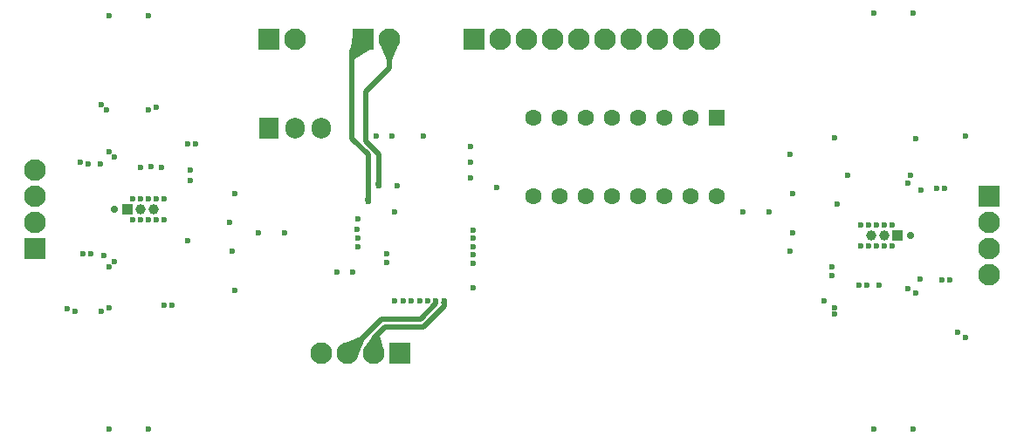
<source format=gbr>
%TF.GenerationSoftware,KiCad,Pcbnew,9.0.3*%
%TF.CreationDate,2025-10-17T11:05:45+02:00*%
%TF.ProjectId,PCB_Driver_Stepper,5043425f-4472-4697-9665-725f53746570,rev?*%
%TF.SameCoordinates,Original*%
%TF.FileFunction,Copper,L3,Inr*%
%TF.FilePolarity,Positive*%
%FSLAX46Y46*%
G04 Gerber Fmt 4.6, Leading zero omitted, Abs format (unit mm)*
G04 Created by KiCad (PCBNEW 9.0.3) date 2025-10-17 11:05:45*
%MOMM*%
%LPD*%
G01*
G04 APERTURE LIST*
G04 Aperture macros list*
%AMRoundRect*
0 Rectangle with rounded corners*
0 $1 Rounding radius*
0 $2 $3 $4 $5 $6 $7 $8 $9 X,Y pos of 4 corners*
0 Add a 4 corners polygon primitive as box body*
4,1,4,$2,$3,$4,$5,$6,$7,$8,$9,$2,$3,0*
0 Add four circle primitives for the rounded corners*
1,1,$1+$1,$2,$3*
1,1,$1+$1,$4,$5*
1,1,$1+$1,$6,$7*
1,1,$1+$1,$8,$9*
0 Add four rect primitives between the rounded corners*
20,1,$1+$1,$2,$3,$4,$5,0*
20,1,$1+$1,$4,$5,$6,$7,0*
20,1,$1+$1,$6,$7,$8,$9,0*
20,1,$1+$1,$8,$9,$2,$3,0*%
G04 Aperture macros list end*
%TA.AperFunction,ComponentPad*%
%ADD10R,1.000000X1.000000*%
%TD*%
%TA.AperFunction,ComponentPad*%
%ADD11C,1.000000*%
%TD*%
%TA.AperFunction,ComponentPad*%
%ADD12RoundRect,0.250000X-0.550000X0.550000X-0.550000X-0.550000X0.550000X-0.550000X0.550000X0.550000X0*%
%TD*%
%TA.AperFunction,ComponentPad*%
%ADD13C,1.600000*%
%TD*%
%TA.AperFunction,ComponentPad*%
%ADD14RoundRect,0.250001X0.799999X-0.799999X0.799999X0.799999X-0.799999X0.799999X-0.799999X-0.799999X0*%
%TD*%
%TA.AperFunction,ComponentPad*%
%ADD15C,2.100000*%
%TD*%
%TA.AperFunction,ComponentPad*%
%ADD16RoundRect,0.250001X-0.799999X-0.799999X0.799999X-0.799999X0.799999X0.799999X-0.799999X0.799999X0*%
%TD*%
%TA.AperFunction,ComponentPad*%
%ADD17R,1.905000X2.000000*%
%TD*%
%TA.AperFunction,ComponentPad*%
%ADD18O,1.905000X2.000000*%
%TD*%
%TA.AperFunction,ComponentPad*%
%ADD19RoundRect,0.250001X-0.799999X0.799999X-0.799999X-0.799999X0.799999X-0.799999X0.799999X0.799999X0*%
%TD*%
%TA.AperFunction,ComponentPad*%
%ADD20RoundRect,0.250001X0.799999X0.799999X-0.799999X0.799999X-0.799999X-0.799999X0.799999X-0.799999X0*%
%TD*%
%TA.AperFunction,ViaPad*%
%ADD21C,0.600000*%
%TD*%
%TA.AperFunction,ViaPad*%
%ADD22C,0.700000*%
%TD*%
%TA.AperFunction,Conductor*%
%ADD23C,0.500000*%
%TD*%
G04 APERTURE END LIST*
D10*
%TO.N,GNDREF*%
%TO.C,J107*%
X100055000Y-86120000D03*
D11*
X101325000Y-86120000D03*
X102595000Y-86120000D03*
%TD*%
D12*
%TO.N,/MCU/IN1*%
%TO.C,U302*%
X157205000Y-77230000D03*
D13*
%TO.N,/MCU/IN2*%
X154665000Y-77230000D03*
%TO.N,/MCU/IN3*%
X152125000Y-77230000D03*
%TO.N,/MCU/IN4*%
X149585000Y-77230000D03*
%TO.N,/MCU/IN5*%
X147045000Y-77230000D03*
%TO.N,/MCU/IN6*%
X144505000Y-77230000D03*
%TO.N,/MCU/IN7*%
X141965000Y-77230000D03*
%TO.N,GNDREF*%
X139425000Y-77230000D03*
%TO.N,VCC_3V3*%
X139425000Y-84850000D03*
%TO.N,/MCU/INI7*%
X141965000Y-84850000D03*
%TO.N,/MCU/INI6*%
X144505000Y-84850000D03*
%TO.N,/MCU/INI5*%
X147045000Y-84850000D03*
%TO.N,/MCU/INI4*%
X149585000Y-84850000D03*
%TO.N,/MCU/INI3*%
X152125000Y-84850000D03*
%TO.N,/MCU/INI2*%
X154665000Y-84850000D03*
%TO.N,/MCU/INI1*%
X157205000Y-84850000D03*
%TD*%
D14*
%TO.N,/DRIVERS/M1_OUT1A*%
%TO.C,J105*%
X91120100Y-89940000D03*
D15*
%TO.N,/DRIVERS/M1_OUT1B*%
X91120100Y-87400000D03*
%TO.N,/DRIVERS/M1_OUT2B*%
X91120100Y-84860000D03*
%TO.N,/DRIVERS/M1_OUT2A*%
X91120100Y-82320000D03*
%TD*%
D16*
%TO.N,GNDREF*%
%TO.C,J102*%
X133710000Y-69609000D03*
D15*
X136250000Y-69609000D03*
%TO.N,/MCU/IN7*%
X138790000Y-69609000D03*
%TO.N,/MCU/IN6*%
X141330000Y-69609000D03*
%TO.N,/MCU/IN5*%
X143870000Y-69609000D03*
%TO.N,/MCU/IN4*%
X146410000Y-69609000D03*
%TO.N,/MCU/IN3*%
X148950000Y-69609000D03*
%TO.N,/MCU/IN2*%
X151490000Y-69609000D03*
%TO.N,/MCU/IN1*%
X154030000Y-69609000D03*
%TO.N,VCC_12V*%
X156570000Y-69609000D03*
%TD*%
D16*
%TO.N,/MCU/USART1_RX*%
%TO.C,J103*%
X122915000Y-69610000D03*
D15*
%TO.N,/MCU/USART1_TX*%
X125455000Y-69610000D03*
%TD*%
D17*
%TO.N,VCC_12V*%
%TO.C,U201*%
X113771000Y-78180000D03*
D18*
%TO.N,GNDREF*%
X116311000Y-78180000D03*
%TO.N,VCC_3V3*%
X118851000Y-78180000D03*
%TD*%
D16*
%TO.N,VDD*%
%TO.C,J101*%
X113772000Y-69610000D03*
D15*
%TO.N,GNDREF*%
X116312000Y-69610000D03*
%TD*%
D19*
%TO.N,/DRIVERS/M2_OUT1A*%
%TO.C,J106*%
X183626500Y-84850000D03*
D15*
%TO.N,/DRIVERS/M2_OUT1B*%
X183626500Y-87390000D03*
%TO.N,/DRIVERS/M2_OUT2B*%
X183626500Y-89930000D03*
%TO.N,/DRIVERS/M2_OUT2A*%
X183626500Y-92470000D03*
%TD*%
D20*
%TO.N,GNDREF*%
%TO.C,J104*%
X126471000Y-100090000D03*
D15*
%TO.N,/MCU/SYS_SWCLK*%
X123931000Y-100090000D03*
%TO.N,/MCU/SYS_SWDIO*%
X121391000Y-100090000D03*
%TO.N,VCC_3V3*%
X118851000Y-100090000D03*
%TD*%
D10*
%TO.N,GNDREF*%
%TO.C,J108*%
X174731000Y-88665000D03*
D11*
X173461000Y-88665000D03*
X172191000Y-88665000D03*
%TD*%
D21*
%TO.N,GNDREF*%
X176509000Y-79262000D03*
X105897000Y-79770000D03*
X110215000Y-90184000D03*
X176255000Y-107456000D03*
X172699000Y-89676000D03*
X172445000Y-107456000D03*
X110469000Y-93994000D03*
X172445000Y-67070000D03*
X121899000Y-92216000D03*
X174223000Y-87644000D03*
X100563000Y-87136000D03*
X102849000Y-85104000D03*
X120375000Y-92216000D03*
X173461000Y-89676000D03*
X135869000Y-83961000D03*
D22*
X176001000Y-88660000D03*
D21*
X164317000Y-80786000D03*
X101325000Y-87136000D03*
X102087000Y-67324000D03*
X100563000Y-85104000D03*
X164571000Y-84596000D03*
X98277000Y-107456000D03*
X103611000Y-87136000D03*
X133329000Y-80024000D03*
X171175000Y-89676000D03*
X164571000Y-88406000D03*
X94975000Y-96026000D03*
D22*
X98785000Y-86120000D03*
D21*
X173461000Y-87644000D03*
X172699000Y-87644000D03*
X171937000Y-87644000D03*
X167619000Y-95010000D03*
X133329000Y-81548000D03*
X110469000Y-84596000D03*
X125709000Y-79008000D03*
X102087000Y-87136000D03*
X171175000Y-87644000D03*
X101325000Y-85104000D03*
X109961000Y-87390000D03*
X102087000Y-85104000D03*
X94213000Y-95772000D03*
X98277000Y-67324000D03*
X169905000Y-82818000D03*
X103611000Y-85104000D03*
X102087000Y-107456000D03*
X174223000Y-89676000D03*
X171937000Y-89676000D03*
X164317000Y-90184000D03*
X176255000Y-67070000D03*
X106659000Y-79770000D03*
X124185000Y-79008000D03*
X102849000Y-87136000D03*
X133329000Y-83072000D03*
X128757000Y-79008000D03*
%TO.N,/DRIVERS/M2_OUT1B*%
X178541000Y-84088000D03*
X179303000Y-84088000D03*
%TO.N,/MCU/SYS_SWDIO*%
X129995000Y-95010000D03*
%TO.N,/MCU/SYS_SWCLK*%
X130795000Y-95010000D03*
%TO.N,/DRIVERS/M2_OUT1A*%
X175747000Y-83580000D03*
X176001000Y-82818000D03*
%TO.N,/DRIVERS/M2_OUT2B*%
X179049000Y-92983000D03*
X179811000Y-92978000D03*
%TO.N,/DRIVERS/M2_OUT2A*%
X176509000Y-94248000D03*
X175747000Y-93775500D03*
%TO.N,/DRIVERS/M1_OUT2B*%
X95483000Y-81548000D03*
X96245000Y-81675000D03*
%TO.N,/DRIVERS/M1_OUT2A*%
X98785000Y-81040000D03*
X98277000Y-80532000D03*
%TO.N,/DRIVERS/M1_OUT1B*%
X95725300Y-90449700D03*
X96499000Y-90438000D03*
%TO.N,/DRIVERS/M1_OUT1A*%
X98277000Y-91708000D03*
X98785000Y-91200000D03*
%TO.N,/MCU/USART1_RX*%
X123423000Y-85358000D03*
%TO.N,/MCU/USART1_TX*%
X124439000Y-83834000D03*
%TO.N,/M1_PS*%
X125963000Y-86374000D03*
X105897000Y-89168000D03*
%TO.N,VCC_12V*%
X102849000Y-76214000D03*
X168635000Y-96280000D03*
X180573000Y-98058000D03*
X181335000Y-79008000D03*
X97515000Y-96026000D03*
X98023000Y-76468000D03*
X103611000Y-95391000D03*
X98277000Y-95629000D03*
X97515000Y-75960000D03*
X181335000Y-98566000D03*
X104373000Y-95391000D03*
X168635000Y-95645000D03*
X102087000Y-76468000D03*
X168635000Y-79135000D03*
%TO.N,VCC_3V3*%
X159745000Y-86374000D03*
X162285000Y-86374000D03*
X115295000Y-88406000D03*
X112755000Y-88406000D03*
%TO.N,/M2_MODE1*%
X126794994Y-95010000D03*
X171797006Y-93486000D03*
%TO.N,/M2_CK*%
X168381000Y-92508003D03*
X128395000Y-95010000D03*
%TO.N,/M2_EN*%
X172953000Y-93486000D03*
X125994991Y-95010000D03*
%TO.N,/M2_CLK*%
X168381000Y-91708000D03*
X129195000Y-95010000D03*
%TO.N,/M2_PS*%
X168889000Y-85612000D03*
X133583000Y-93740000D03*
%TO.N,/M2_MODE0*%
X170997006Y-93486000D03*
X127594997Y-95010000D03*
%TO.N,/M1_EN*%
X122407000Y-89764003D03*
X101326875Y-82056493D03*
%TO.N,/M1_MODE1*%
X102341000Y-81950281D03*
X122407000Y-88914000D03*
%TO.N,/M1_CLK*%
X106151000Y-83326000D03*
X122407000Y-87047997D03*
%TO.N,/M1_CK*%
X106151000Y-82310000D03*
X126217000Y-83834000D03*
%TO.N,/M1_MODE0*%
X122350759Y-88035300D03*
X103357000Y-82056000D03*
%TO.N,Net-(U401-RNF1)*%
X97769000Y-90619893D03*
%TO.N,Net-(U401-RNF2)*%
X97467318Y-81715243D03*
%TO.N,Net-(U402-RNF1)*%
X177069871Y-84270000D03*
%TO.N,Net-(U402-RNF2)*%
X176964030Y-92883892D03*
%TO.N,/MCU/INI1*%
X125201000Y-90438000D03*
%TO.N,/MCU/INI2*%
X125201000Y-91295000D03*
%TO.N,/MCU/INI3*%
X133583000Y-91314009D03*
%TO.N,/MCU/INI4*%
X133583000Y-90514006D03*
%TO.N,/MCU/INI5*%
X133583000Y-89714003D03*
%TO.N,/MCU/INI6*%
X133583000Y-88914000D03*
%TO.N,/MCU/INI7*%
X133583000Y-88113997D03*
%TD*%
D23*
%TO.N,/MCU/SYS_SWDIO*%
X129995000Y-95272075D02*
X129995000Y-95010000D01*
X121391000Y-100090000D02*
X124693000Y-96788000D01*
X128479075Y-96788000D02*
X129995000Y-95272075D01*
X124693000Y-96788000D02*
X128479075Y-96788000D01*
%TO.N,/MCU/SYS_SWCLK*%
X128769439Y-97489000D02*
X130795000Y-95463439D01*
X123931000Y-100090000D02*
X123931000Y-98605076D01*
X123931000Y-98605076D02*
X125047076Y-97489000D01*
X125047076Y-97489000D02*
X128769439Y-97489000D01*
X130795000Y-95463439D02*
X130795000Y-95010000D01*
%TO.N,/MCU/USART1_RX*%
X122915000Y-69610000D02*
X121865000Y-70660000D01*
X121865000Y-70660000D02*
X121865000Y-79228000D01*
X123423000Y-80786000D02*
X123423000Y-85358000D01*
X121865000Y-79228000D02*
X123423000Y-80786000D01*
%TO.N,/MCU/USART1_TX*%
X123169000Y-79516000D02*
X123169000Y-74690000D01*
X123169000Y-74690000D02*
X125455000Y-72404000D01*
X124439000Y-80786000D02*
X123169000Y-79516000D01*
X124439000Y-83834000D02*
X124439000Y-80786000D01*
X125455000Y-72404000D02*
X125455000Y-69610000D01*
%TD*%
%TA.AperFunction,Conductor*%
%TO.N,/MCU/SYS_SWDIO*%
G36*
X122651325Y-98480892D02*
G01*
X122654970Y-98483365D01*
X122997634Y-98826029D01*
X123001061Y-98834302D01*
X123000232Y-98838627D01*
X122424423Y-100285802D01*
X122418180Y-100292223D01*
X122411279Y-100292954D01*
X121397975Y-100092228D01*
X121390525Y-100087259D01*
X121388771Y-100083024D01*
X121188045Y-99069718D01*
X121189799Y-99060939D01*
X121195193Y-99056578D01*
X122642373Y-98480767D01*
X122651325Y-98480892D01*
G37*
%TD.AperFunction*%
%TD*%
%TA.AperFunction,Conductor*%
%TO.N,/MCU/SYS_SWDIO*%
G36*
X129993386Y-95008838D02*
G01*
X129997667Y-95010612D01*
X130235132Y-95170407D01*
X130240083Y-95177868D01*
X130238572Y-95186233D01*
X129935241Y-95680503D01*
X129927993Y-95685762D01*
X129919149Y-95684355D01*
X129916996Y-95682656D01*
X129581849Y-95347509D01*
X129578422Y-95339236D01*
X129581847Y-95330966D01*
X129595500Y-95317314D01*
X129661392Y-95203186D01*
X129665935Y-95186233D01*
X129691662Y-95090216D01*
X129695500Y-95075892D01*
X129695500Y-94969443D01*
X129696078Y-94965811D01*
X129697549Y-94961310D01*
X129703373Y-94954512D01*
X129710920Y-94953464D01*
X129993386Y-95008838D01*
G37*
%TD.AperFunction*%
%TD*%
%TA.AperFunction,Conductor*%
%TO.N,/MCU/SYS_SWCLK*%
G36*
X124147813Y-98051467D02*
G01*
X124149133Y-98052604D01*
X124491050Y-98394521D01*
X124493939Y-98399287D01*
X124956918Y-99872722D01*
X124956129Y-99881642D01*
X124949263Y-99887391D01*
X124948045Y-99887703D01*
X123935055Y-100089757D01*
X123926272Y-100088015D01*
X123604714Y-99872722D01*
X123068141Y-99513469D01*
X123063173Y-99506019D01*
X123064928Y-99497238D01*
X123065223Y-99496817D01*
X124131452Y-98053922D01*
X124139123Y-98049307D01*
X124147813Y-98051467D01*
G37*
%TD.AperFunction*%
%TD*%
%TA.AperFunction,Conductor*%
%TO.N,/MCU/SYS_SWCLK*%
G36*
X130798011Y-95009757D02*
G01*
X131076383Y-95065933D01*
X131083815Y-95070929D01*
X131085538Y-95079716D01*
X131085202Y-95081001D01*
X130878101Y-95721577D01*
X130872295Y-95728395D01*
X130863369Y-95729111D01*
X130858695Y-95726251D01*
X130521821Y-95389377D01*
X130518413Y-95381763D01*
X130501334Y-95078655D01*
X130504290Y-95070205D01*
X130510710Y-95066529D01*
X130793401Y-95009756D01*
X130798011Y-95009757D01*
G37*
%TD.AperFunction*%
%TD*%
%TA.AperFunction,Conductor*%
%TO.N,/MCU/USART1_RX*%
G36*
X121876906Y-69451134D02*
G01*
X122909245Y-69608124D01*
X122916908Y-69612756D01*
X122917772Y-69614117D01*
X123479296Y-70650532D01*
X123480224Y-70659439D01*
X123475417Y-70665895D01*
X122117919Y-71554535D01*
X122111511Y-71556446D01*
X121628171Y-71556446D01*
X121619898Y-71553019D01*
X121616471Y-71544746D01*
X121616552Y-71543368D01*
X121845448Y-69614117D01*
X121863575Y-69461328D01*
X121867953Y-69453518D01*
X121876572Y-69451089D01*
X121876906Y-69451134D01*
G37*
%TD.AperFunction*%
%TD*%
%TA.AperFunction,Conductor*%
%TO.N,/MCU/USART1_RX*%
G36*
X123670500Y-84767191D02*
G01*
X123673887Y-84774501D01*
X123716379Y-85289104D01*
X123713645Y-85297631D01*
X123707039Y-85301535D01*
X123425320Y-85358530D01*
X123420680Y-85358530D01*
X123138960Y-85301535D01*
X123131531Y-85296535D01*
X123129620Y-85289104D01*
X123172113Y-84774501D01*
X123176209Y-84766538D01*
X123183773Y-84763764D01*
X123662227Y-84763764D01*
X123670500Y-84767191D01*
G37*
%TD.AperFunction*%
%TD*%
%TA.AperFunction,Conductor*%
%TO.N,/MCU/USART1_TX*%
G36*
X124686500Y-83243191D02*
G01*
X124689887Y-83250501D01*
X124732379Y-83765104D01*
X124729645Y-83773631D01*
X124723039Y-83777535D01*
X124441320Y-83834530D01*
X124436680Y-83834530D01*
X124154960Y-83777535D01*
X124147531Y-83772535D01*
X124145620Y-83765104D01*
X124188113Y-83250501D01*
X124192209Y-83242538D01*
X124199773Y-83239764D01*
X124678227Y-83239764D01*
X124686500Y-83243191D01*
G37*
%TD.AperFunction*%
%TD*%
%TA.AperFunction,Conductor*%
%TO.N,/MCU/USART1_TX*%
G36*
X125461504Y-69613353D02*
G01*
X126319955Y-70187935D01*
X126324924Y-70195385D01*
X126324193Y-70202286D01*
X125708046Y-71632753D01*
X125701625Y-71638996D01*
X125697300Y-71639825D01*
X125212700Y-71639825D01*
X125204427Y-71636398D01*
X125201954Y-71632753D01*
X124585806Y-70202286D01*
X124585681Y-70193333D01*
X124590041Y-70187937D01*
X125448494Y-69613354D01*
X125457273Y-69611601D01*
X125461504Y-69613353D01*
G37*
%TD.AperFunction*%
%TD*%
M02*

</source>
